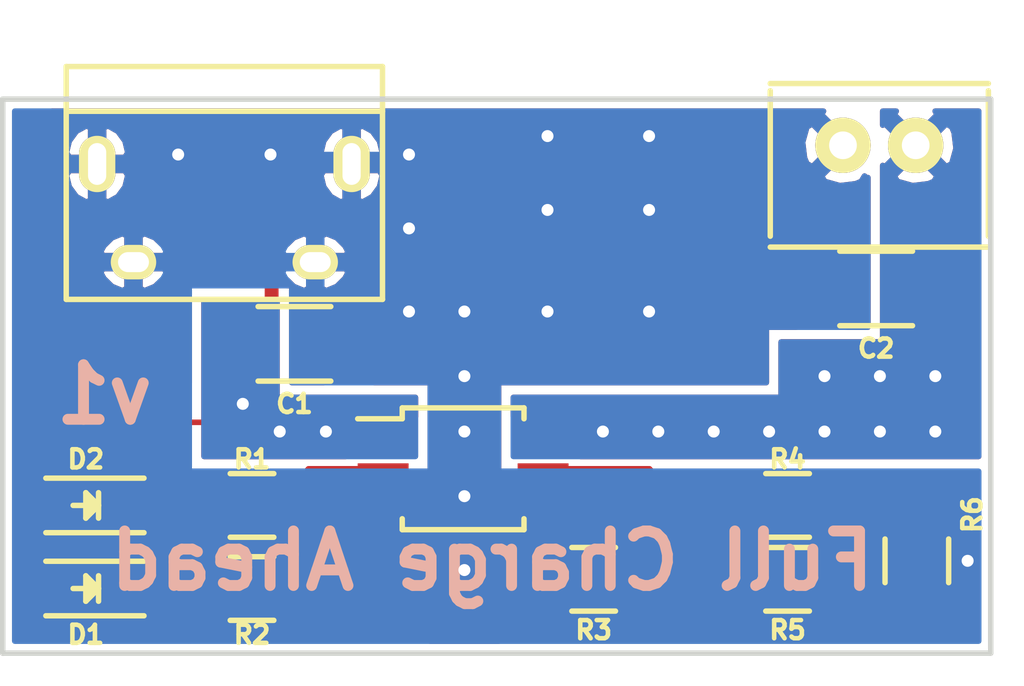
<source format=kicad_pcb>
(kicad_pcb (version 4) (host pcbnew 4.0.2+e4-6225~38~ubuntu16.04.1-stable)

  (general
    (links 27)
    (no_connects 0)
    (area 148.514999 99.238999 175.843001 114.629001)
    (thickness 1.6)
    (drawings 6)
    (tracks 98)
    (zones 0)
    (modules 13)
    (nets 15)
  )

  (page A4)
  (layers
    (0 F.Cu signal)
    (31 B.Cu signal)
    (33 F.Adhes user)
    (35 F.Paste user)
    (36 B.SilkS user)
    (37 F.SilkS user)
    (38 B.Mask user)
    (39 F.Mask user)
    (40 Dwgs.User user)
    (41 Cmts.User user)
    (42 Eco1.User user)
    (43 Eco2.User user)
    (44 Edge.Cuts user)
    (45 Margin user)
    (47 F.CrtYd user)
    (49 F.Fab user)
  )

  (setup
    (last_trace_width 0.1524)
    (user_trace_width 0.1524)
    (user_trace_width 0.381)
    (trace_clearance 0.1524)
    (zone_clearance 0.1524)
    (zone_45_only no)
    (trace_min 0.1524)
    (segment_width 0.2)
    (edge_width 0.15)
    (via_size 0.6858)
    (via_drill 0.3302)
    (via_min_size 0.6858)
    (via_min_drill 0.3302)
    (uvia_size 0.762)
    (uvia_drill 0.508)
    (uvias_allowed no)
    (uvia_min_size 0)
    (uvia_min_drill 0)
    (pcb_text_width 0.3)
    (pcb_text_size 1.5 1.5)
    (mod_edge_width 0.15)
    (mod_text_size 1 1)
    (mod_text_width 0.15)
    (pad_size 1.4 0.3)
    (pad_drill 0)
    (pad_to_mask_clearance 0.2)
    (aux_axis_origin 0 0)
    (visible_elements FFFEFF7F)
    (pcbplotparams
      (layerselection 0x00030_80000001)
      (usegerberextensions false)
      (excludeedgelayer true)
      (linewidth 0.100000)
      (plotframeref false)
      (viasonmask false)
      (mode 1)
      (useauxorigin false)
      (hpglpennumber 1)
      (hpglpenspeed 20)
      (hpglpendiameter 15)
      (hpglpenoverlay 2)
      (psnegative false)
      (psa4output false)
      (plotreference true)
      (plotvalue true)
      (plotinvisibletext false)
      (padsonsilk false)
      (subtractmaskfromsilk false)
      (outputformat 1)
      (mirror false)
      (drillshape 1)
      (scaleselection 1)
      (outputdirectory ""))
  )

  (net 0 "")
  (net 1 GND)
  (net 2 "Net-(D1-Pad1)")
  (net 3 "Net-(D2-Pad1)")
  (net 4 "Net-(P1-Pad2)")
  (net 5 "Net-(P1-Pad3)")
  (net 6 "Net-(P1-Pad4)")
  (net 7 "Net-(R1-Pad1)")
  (net 8 "Net-(R2-Pad1)")
  (net 9 "Net-(R3-Pad1)")
  (net 10 "Net-(R4-Pad1)")
  (net 11 "Net-(R5-Pad1)")
  (net 12 /Vin)
  (net 13 /Vout)
  (net 14 "Net-(R5-Pad2)")

  (net_class Default "This is the default net class."
    (clearance 0.1524)
    (trace_width 0.1524)
    (via_dia 0.6858)
    (via_drill 0.3302)
    (uvia_dia 0.762)
    (uvia_drill 0.508)
    (add_net /Vin)
    (add_net /Vout)
    (add_net GND)
    (add_net "Net-(D1-Pad1)")
    (add_net "Net-(D2-Pad1)")
    (add_net "Net-(P1-Pad2)")
    (add_net "Net-(P1-Pad3)")
    (add_net "Net-(P1-Pad4)")
    (add_net "Net-(R1-Pad1)")
    (add_net "Net-(R2-Pad1)")
    (add_net "Net-(R3-Pad1)")
    (add_net "Net-(R4-Pad1)")
    (add_net "Net-(R5-Pad1)")
    (add_net "Net-(R5-Pad2)")
  )

  (module Capacitors_SMD:C_1206 (layer F.Cu) (tedit 5792C635) (tstamp 57917153)
    (at 156.615 106.045)
    (descr "Capacitor SMD 1206, reflow soldering, AVX (see smccp.pdf)")
    (tags "capacitor 1206")
    (path /57917867)
    (attr smd)
    (fp_text reference C1 (at 0 1.651) (layer F.SilkS)
      (effects (font (size 0.5 0.5) (thickness 0.125)))
    )
    (fp_text value 4.7u (at 0 2.3) (layer F.Fab)
      (effects (font (size 1 1) (thickness 0.15)))
    )
    (fp_line (start -2.3 -1.15) (end 2.3 -1.15) (layer F.CrtYd) (width 0.05))
    (fp_line (start -2.3 1.15) (end 2.3 1.15) (layer F.CrtYd) (width 0.05))
    (fp_line (start -2.3 -1.15) (end -2.3 1.15) (layer F.CrtYd) (width 0.05))
    (fp_line (start 2.3 -1.15) (end 2.3 1.15) (layer F.CrtYd) (width 0.05))
    (fp_line (start 1 -1.025) (end -1 -1.025) (layer F.SilkS) (width 0.15))
    (fp_line (start -1 1.025) (end 1 1.025) (layer F.SilkS) (width 0.15))
    (pad 1 smd rect (at -1.5 0) (size 1 1.6) (layers F.Cu F.Paste F.Mask)
      (net 12 /Vin))
    (pad 2 smd rect (at 1.5 0) (size 1 1.6) (layers F.Cu F.Paste F.Mask)
      (net 1 GND))
    (model Capacitors_SMD.3dshapes/C_1206.wrl
      (at (xyz 0 0 0))
      (scale (xyz 1 1 1))
      (rotate (xyz 0 0 0))
    )
  )

  (module Capacitors_SMD:C_1206 (layer F.Cu) (tedit 5792C158) (tstamp 57917159)
    (at 172.617 104.521 180)
    (descr "Capacitor SMD 1206, reflow soldering, AVX (see smccp.pdf)")
    (tags "capacitor 1206")
    (path /57917077)
    (attr smd)
    (fp_text reference C2 (at 0 -1.651 180) (layer F.SilkS)
      (effects (font (size 0.5 0.5) (thickness 0.125)))
    )
    (fp_text value 4.7u (at 0 2.3 180) (layer F.Fab)
      (effects (font (size 1 1) (thickness 0.15)))
    )
    (fp_line (start -2.3 -1.15) (end 2.3 -1.15) (layer F.CrtYd) (width 0.05))
    (fp_line (start -2.3 1.15) (end 2.3 1.15) (layer F.CrtYd) (width 0.05))
    (fp_line (start -2.3 -1.15) (end -2.3 1.15) (layer F.CrtYd) (width 0.05))
    (fp_line (start 2.3 -1.15) (end 2.3 1.15) (layer F.CrtYd) (width 0.05))
    (fp_line (start 1 -1.025) (end -1 -1.025) (layer F.SilkS) (width 0.15))
    (fp_line (start -1 1.025) (end 1 1.025) (layer F.SilkS) (width 0.15))
    (pad 1 smd rect (at -1.5 0 180) (size 1 1.6) (layers F.Cu F.Paste F.Mask)
      (net 13 /Vout))
    (pad 2 smd rect (at 1.5 0 180) (size 1 1.6) (layers F.Cu F.Paste F.Mask)
      (net 1 GND))
    (model Capacitors_SMD.3dshapes/C_1206.wrl
      (at (xyz 0 0 0))
      (scale (xyz 1 1 1))
      (rotate (xyz 0 0 0))
    )
  )

  (module LEDs:LED_0805 (layer F.Cu) (tedit 5792C0D8) (tstamp 5791715F)
    (at 150.876 112.776 180)
    (descr "LED 0805 smd package")
    (tags "LED 0805 SMD")
    (path /5791592A)
    (attr smd)
    (fp_text reference D1 (at 0 -1.27 180) (layer F.SilkS)
      (effects (font (size 0.5 0.5) (thickness 0.125)))
    )
    (fp_text value LED (at 0 1.75 180) (layer F.Fab)
      (effects (font (size 1 1) (thickness 0.15)))
    )
    (fp_line (start -1.6 0.75) (end 1.1 0.75) (layer F.SilkS) (width 0.15))
    (fp_line (start -1.6 -0.75) (end 1.1 -0.75) (layer F.SilkS) (width 0.15))
    (fp_line (start -0.1 0.15) (end -0.1 -0.1) (layer F.SilkS) (width 0.15))
    (fp_line (start -0.1 -0.1) (end -0.25 0.05) (layer F.SilkS) (width 0.15))
    (fp_line (start -0.35 -0.35) (end -0.35 0.35) (layer F.SilkS) (width 0.15))
    (fp_line (start 0 0) (end 0.35 0) (layer F.SilkS) (width 0.15))
    (fp_line (start -0.35 0) (end 0 -0.35) (layer F.SilkS) (width 0.15))
    (fp_line (start 0 -0.35) (end 0 0.35) (layer F.SilkS) (width 0.15))
    (fp_line (start 0 0.35) (end -0.35 0) (layer F.SilkS) (width 0.15))
    (fp_line (start 1.9 -0.95) (end 1.9 0.95) (layer F.CrtYd) (width 0.05))
    (fp_line (start 1.9 0.95) (end -1.9 0.95) (layer F.CrtYd) (width 0.05))
    (fp_line (start -1.9 0.95) (end -1.9 -0.95) (layer F.CrtYd) (width 0.05))
    (fp_line (start -1.9 -0.95) (end 1.9 -0.95) (layer F.CrtYd) (width 0.05))
    (pad 2 smd rect (at 1.04902 0) (size 1.19888 1.19888) (layers F.Cu F.Paste F.Mask)
      (net 12 /Vin))
    (pad 1 smd rect (at -1.04902 0) (size 1.19888 1.19888) (layers F.Cu F.Paste F.Mask)
      (net 2 "Net-(D1-Pad1)"))
    (model LEDs.3dshapes/LED_0805.wrl
      (at (xyz 0 0 0))
      (scale (xyz 1 1 1))
      (rotate (xyz 0 0 0))
    )
  )

  (module LEDs:LED_0805 (layer F.Cu) (tedit 5792C67B) (tstamp 57917165)
    (at 150.876 110.49 180)
    (descr "LED 0805 smd package")
    (tags "LED 0805 SMD")
    (path /5791590B)
    (attr smd)
    (fp_text reference D2 (at 0 1.27 180) (layer F.SilkS)
      (effects (font (size 0.5 0.5) (thickness 0.125)))
    )
    (fp_text value LED (at 0 1.75 180) (layer F.Fab)
      (effects (font (size 1 1) (thickness 0.15)))
    )
    (fp_line (start -1.6 0.75) (end 1.1 0.75) (layer F.SilkS) (width 0.15))
    (fp_line (start -1.6 -0.75) (end 1.1 -0.75) (layer F.SilkS) (width 0.15))
    (fp_line (start -0.1 0.15) (end -0.1 -0.1) (layer F.SilkS) (width 0.15))
    (fp_line (start -0.1 -0.1) (end -0.25 0.05) (layer F.SilkS) (width 0.15))
    (fp_line (start -0.35 -0.35) (end -0.35 0.35) (layer F.SilkS) (width 0.15))
    (fp_line (start 0 0) (end 0.35 0) (layer F.SilkS) (width 0.15))
    (fp_line (start -0.35 0) (end 0 -0.35) (layer F.SilkS) (width 0.15))
    (fp_line (start 0 -0.35) (end 0 0.35) (layer F.SilkS) (width 0.15))
    (fp_line (start 0 0.35) (end -0.35 0) (layer F.SilkS) (width 0.15))
    (fp_line (start 1.9 -0.95) (end 1.9 0.95) (layer F.CrtYd) (width 0.05))
    (fp_line (start 1.9 0.95) (end -1.9 0.95) (layer F.CrtYd) (width 0.05))
    (fp_line (start -1.9 0.95) (end -1.9 -0.95) (layer F.CrtYd) (width 0.05))
    (fp_line (start -1.9 -0.95) (end 1.9 -0.95) (layer F.CrtYd) (width 0.05))
    (pad 2 smd rect (at 1.04902 0) (size 1.19888 1.19888) (layers F.Cu F.Paste F.Mask)
      (net 12 /Vin))
    (pad 1 smd rect (at -1.04902 0) (size 1.19888 1.19888) (layers F.Cu F.Paste F.Mask)
      (net 3 "Net-(D2-Pad1)"))
    (model LEDs.3dshapes/LED_0805.wrl
      (at (xyz 0 0 0))
      (scale (xyz 1 1 1))
      (rotate (xyz 0 0 0))
    )
  )

  (module Connect:USB_Micro-B (layer F.Cu) (tedit 5792C16C) (tstamp 57917172)
    (at 154.686 102.235 180)
    (descr "Micro USB Type B Receptacle")
    (tags "USB USB_B USB_micro USB_OTG")
    (path /5792BCBA)
    (attr smd)
    (fp_text reference P1 (at 2.032 -3.683 180) (layer F.SilkS) hide
      (effects (font (size 1 1) (thickness 0.15)))
    )
    (fp_text value USB_PWR (at 0 4.8 180) (layer F.Fab)
      (effects (font (size 1 1) (thickness 0.15)))
    )
    (fp_line (start -4.6 -2.8) (end 4.6 -2.8) (layer F.CrtYd) (width 0.05))
    (fp_line (start 4.6 -2.8) (end 4.6 4.05) (layer F.CrtYd) (width 0.05))
    (fp_line (start 4.6 4.05) (end -4.6 4.05) (layer F.CrtYd) (width 0.05))
    (fp_line (start -4.6 4.05) (end -4.6 -2.8) (layer F.CrtYd) (width 0.05))
    (fp_line (start -4.3509 3.81746) (end 4.3491 3.81746) (layer F.SilkS) (width 0.15))
    (fp_line (start -4.3509 -2.58754) (end 4.3491 -2.58754) (layer F.SilkS) (width 0.15))
    (fp_line (start 4.3491 -2.58754) (end 4.3491 3.81746) (layer F.SilkS) (width 0.15))
    (fp_line (start 4.3491 2.58746) (end -4.3509 2.58746) (layer F.SilkS) (width 0.15))
    (fp_line (start -4.3509 3.81746) (end -4.3509 -2.58754) (layer F.SilkS) (width 0.15))
    (pad 1 smd rect (at -1.3009 -1.56254 270) (size 1.35 0.4) (layers F.Cu F.Paste F.Mask)
      (net 12 /Vin))
    (pad 2 smd rect (at -0.6509 -1.56254 270) (size 1.35 0.4) (layers F.Cu F.Paste F.Mask)
      (net 4 "Net-(P1-Pad2)"))
    (pad 3 smd rect (at -0.0009 -1.56254 270) (size 1.35 0.4) (layers F.Cu F.Paste F.Mask)
      (net 5 "Net-(P1-Pad3)"))
    (pad 4 smd rect (at 0.6491 -1.56254 270) (size 1.35 0.4) (layers F.Cu F.Paste F.Mask)
      (net 6 "Net-(P1-Pad4)"))
    (pad 5 smd rect (at 1.2991 -1.56254 270) (size 1.35 0.4) (layers F.Cu F.Paste F.Mask)
      (net 1 GND))
    (pad 6 thru_hole oval (at -2.5009 -1.56254 270) (size 0.95 1.25) (drill oval 0.55 0.85) (layers *.Cu *.Mask F.SilkS)
      (net 1 GND))
    (pad 6 thru_hole oval (at 2.4991 -1.56254 270) (size 0.95 1.25) (drill oval 0.55 0.85) (layers *.Cu *.Mask F.SilkS)
      (net 1 GND))
    (pad 6 thru_hole oval (at -3.5009 1.13746 270) (size 1.55 1) (drill oval 1.15 0.5) (layers *.Cu *.Mask F.SilkS)
      (net 1 GND))
    (pad 6 thru_hole oval (at 3.4991 1.13746 270) (size 1.55 1) (drill oval 1.15 0.5) (layers *.Cu *.Mask F.SilkS)
      (net 1 GND))
  )

  (module Resistors_SMD:R_0805_HandSoldering (layer F.Cu) (tedit 5792C681) (tstamp 57917184)
    (at 155.448 110.49 180)
    (descr "Resistor SMD 0805, hand soldering")
    (tags "resistor 0805")
    (path /57915981)
    (attr smd)
    (fp_text reference R1 (at 0 1.27 180) (layer F.SilkS)
      (effects (font (size 0.5 0.5) (thickness 0.125)))
    )
    (fp_text value 470 (at 0 2.1 180) (layer F.Fab)
      (effects (font (size 1 1) (thickness 0.15)))
    )
    (fp_line (start -2.4 -1) (end 2.4 -1) (layer F.CrtYd) (width 0.05))
    (fp_line (start -2.4 1) (end 2.4 1) (layer F.CrtYd) (width 0.05))
    (fp_line (start -2.4 -1) (end -2.4 1) (layer F.CrtYd) (width 0.05))
    (fp_line (start 2.4 -1) (end 2.4 1) (layer F.CrtYd) (width 0.05))
    (fp_line (start 0.6 0.875) (end -0.6 0.875) (layer F.SilkS) (width 0.15))
    (fp_line (start -0.6 -0.875) (end 0.6 -0.875) (layer F.SilkS) (width 0.15))
    (pad 1 smd rect (at -1.35 0 180) (size 1.5 1.3) (layers F.Cu F.Paste F.Mask)
      (net 7 "Net-(R1-Pad1)"))
    (pad 2 smd rect (at 1.35 0 180) (size 1.5 1.3) (layers F.Cu F.Paste F.Mask)
      (net 3 "Net-(D2-Pad1)"))
    (model Resistors_SMD.3dshapes/R_0805_HandSoldering.wrl
      (at (xyz 0 0 0))
      (scale (xyz 1 1 1))
      (rotate (xyz 0 0 0))
    )
  )

  (module Resistors_SMD:R_0805_HandSoldering (layer F.Cu) (tedit 5792C68B) (tstamp 5791718A)
    (at 155.448 112.776 180)
    (descr "Resistor SMD 0805, hand soldering")
    (tags "resistor 0805")
    (path /579159B9)
    (attr smd)
    (fp_text reference R2 (at 0 -1.27 180) (layer F.SilkS)
      (effects (font (size 0.5 0.5) (thickness 0.125)))
    )
    (fp_text value 470 (at 0 2.1 180) (layer F.Fab)
      (effects (font (size 1 1) (thickness 0.15)))
    )
    (fp_line (start -2.4 -1) (end 2.4 -1) (layer F.CrtYd) (width 0.05))
    (fp_line (start -2.4 1) (end 2.4 1) (layer F.CrtYd) (width 0.05))
    (fp_line (start -2.4 -1) (end -2.4 1) (layer F.CrtYd) (width 0.05))
    (fp_line (start 2.4 -1) (end 2.4 1) (layer F.CrtYd) (width 0.05))
    (fp_line (start 0.6 0.875) (end -0.6 0.875) (layer F.SilkS) (width 0.15))
    (fp_line (start -0.6 -0.875) (end 0.6 -0.875) (layer F.SilkS) (width 0.15))
    (pad 1 smd rect (at -1.35 0 180) (size 1.5 1.3) (layers F.Cu F.Paste F.Mask)
      (net 8 "Net-(R2-Pad1)"))
    (pad 2 smd rect (at 1.35 0 180) (size 1.5 1.3) (layers F.Cu F.Paste F.Mask)
      (net 2 "Net-(D1-Pad1)"))
    (model Resistors_SMD.3dshapes/R_0805_HandSoldering.wrl
      (at (xyz 0 0 0))
      (scale (xyz 1 1 1))
      (rotate (xyz 0 0 0))
    )
  )

  (module Resistors_SMD:R_0805_HandSoldering (layer F.Cu) (tedit 5792C690) (tstamp 57917190)
    (at 164.846 112.522)
    (descr "Resistor SMD 0805, hand soldering")
    (tags "resistor 0805")
    (path /5791659E)
    (attr smd)
    (fp_text reference R3 (at 0 1.397) (layer F.SilkS)
      (effects (font (size 0.5 0.5) (thickness 0.125)))
    )
    (fp_text value 2k (at 0 2.1) (layer F.Fab)
      (effects (font (size 1 1) (thickness 0.15)))
    )
    (fp_line (start -2.4 -1) (end 2.4 -1) (layer F.CrtYd) (width 0.05))
    (fp_line (start -2.4 1) (end 2.4 1) (layer F.CrtYd) (width 0.05))
    (fp_line (start -2.4 -1) (end -2.4 1) (layer F.CrtYd) (width 0.05))
    (fp_line (start 2.4 -1) (end 2.4 1) (layer F.CrtYd) (width 0.05))
    (fp_line (start 0.6 0.875) (end -0.6 0.875) (layer F.SilkS) (width 0.15))
    (fp_line (start -0.6 -0.875) (end 0.6 -0.875) (layer F.SilkS) (width 0.15))
    (pad 1 smd rect (at -1.35 0) (size 1.5 1.3) (layers F.Cu F.Paste F.Mask)
      (net 9 "Net-(R3-Pad1)"))
    (pad 2 smd rect (at 1.35 0) (size 1.5 1.3) (layers F.Cu F.Paste F.Mask)
      (net 1 GND))
    (model Resistors_SMD.3dshapes/R_0805_HandSoldering.wrl
      (at (xyz 0 0 0))
      (scale (xyz 1 1 1))
      (rotate (xyz 0 0 0))
    )
  )

  (module Resistors_SMD:R_0805_HandSoldering (layer F.Cu) (tedit 5792C695) (tstamp 57917196)
    (at 170.18 110.49)
    (descr "Resistor SMD 0805, hand soldering")
    (tags "resistor 0805")
    (path /57918237)
    (attr smd)
    (fp_text reference R4 (at 0 -1.27) (layer F.SilkS)
      (effects (font (size 0.5 0.5) (thickness 0.125)))
    )
    (fp_text value 10k (at 0 2.1) (layer F.Fab)
      (effects (font (size 1 1) (thickness 0.15)))
    )
    (fp_line (start -2.4 -1) (end 2.4 -1) (layer F.CrtYd) (width 0.05))
    (fp_line (start -2.4 1) (end 2.4 1) (layer F.CrtYd) (width 0.05))
    (fp_line (start -2.4 -1) (end -2.4 1) (layer F.CrtYd) (width 0.05))
    (fp_line (start 2.4 -1) (end 2.4 1) (layer F.CrtYd) (width 0.05))
    (fp_line (start 0.6 0.875) (end -0.6 0.875) (layer F.SilkS) (width 0.15))
    (fp_line (start -0.6 -0.875) (end 0.6 -0.875) (layer F.SilkS) (width 0.15))
    (pad 1 smd rect (at -1.35 0) (size 1.5 1.3) (layers F.Cu F.Paste F.Mask)
      (net 10 "Net-(R4-Pad1)"))
    (pad 2 smd rect (at 1.35 0) (size 1.5 1.3) (layers F.Cu F.Paste F.Mask)
      (net 1 GND))
    (model Resistors_SMD.3dshapes/R_0805_HandSoldering.wrl
      (at (xyz 0 0 0))
      (scale (xyz 1 1 1))
      (rotate (xyz 0 0 0))
    )
  )

  (module Resistors_SMD:R_0805_HandSoldering (layer F.Cu) (tedit 5792C69A) (tstamp 5791719C)
    (at 170.18 112.522)
    (descr "Resistor SMD 0805, hand soldering")
    (tags "resistor 0805")
    (path /5791AB4F)
    (attr smd)
    (fp_text reference R5 (at 0 1.397) (layer F.SilkS)
      (effects (font (size 0.5 0.5) (thickness 0.125)))
    )
    (fp_text value 1k (at 0 2.1) (layer F.Fab)
      (effects (font (size 1 1) (thickness 0.15)))
    )
    (fp_line (start -2.4 -1) (end 2.4 -1) (layer F.CrtYd) (width 0.05))
    (fp_line (start -2.4 1) (end 2.4 1) (layer F.CrtYd) (width 0.05))
    (fp_line (start -2.4 -1) (end -2.4 1) (layer F.CrtYd) (width 0.05))
    (fp_line (start 2.4 -1) (end 2.4 1) (layer F.CrtYd) (width 0.05))
    (fp_line (start 0.6 0.875) (end -0.6 0.875) (layer F.SilkS) (width 0.15))
    (fp_line (start -0.6 -0.875) (end 0.6 -0.875) (layer F.SilkS) (width 0.15))
    (pad 1 smd rect (at -1.35 0) (size 1.5 1.3) (layers F.Cu F.Paste F.Mask)
      (net 11 "Net-(R5-Pad1)"))
    (pad 2 smd rect (at 1.35 0) (size 1.5 1.3) (layers F.Cu F.Paste F.Mask)
      (net 14 "Net-(R5-Pad2)"))
    (model Resistors_SMD.3dshapes/R_0805_HandSoldering.wrl
      (at (xyz 0 0 0))
      (scale (xyz 1 1 1))
      (rotate (xyz 0 0 0))
    )
  )

  (module Housings_SSOP:MSOP-10_3x3mm_Pitch0.5mm (layer F.Cu) (tedit 5792C173) (tstamp 579171BC)
    (at 161.254523 109.482)
    (descr "10-Lead Plastic Micro Small Outline Package (MS) [MSOP] (see Microchip Packaging Specification 00000049BS.pdf)")
    (tags "SSOP 0.5")
    (path /57915776)
    (attr smd)
    (fp_text reference U1 (at 0 -2.6) (layer F.SilkS) hide
      (effects (font (size 1 1) (thickness 0.15)))
    )
    (fp_text value MCP73834-FCI/UN (at 0 2.6) (layer F.Fab)
      (effects (font (size 1 1) (thickness 0.15)))
    )
    (fp_line (start -3.15 -1.85) (end -3.15 1.85) (layer F.CrtYd) (width 0.05))
    (fp_line (start 3.15 -1.85) (end 3.15 1.85) (layer F.CrtYd) (width 0.05))
    (fp_line (start -3.15 -1.85) (end 3.15 -1.85) (layer F.CrtYd) (width 0.05))
    (fp_line (start -3.15 1.85) (end 3.15 1.85) (layer F.CrtYd) (width 0.05))
    (fp_line (start -1.675 -1.675) (end -1.675 -1.375) (layer F.SilkS) (width 0.15))
    (fp_line (start 1.675 -1.675) (end 1.675 -1.375) (layer F.SilkS) (width 0.15))
    (fp_line (start 1.675 1.675) (end 1.675 1.375) (layer F.SilkS) (width 0.15))
    (fp_line (start -1.675 1.675) (end -1.675 1.375) (layer F.SilkS) (width 0.15))
    (fp_line (start -1.675 -1.675) (end 1.675 -1.675) (layer F.SilkS) (width 0.15))
    (fp_line (start -1.675 1.675) (end 1.675 1.675) (layer F.SilkS) (width 0.15))
    (fp_line (start -1.675 -1.375) (end -2.9 -1.375) (layer F.SilkS) (width 0.15))
    (pad 1 smd rect (at -2.2 -1) (size 1.4 0.3) (layers F.Cu F.Paste F.Mask)
      (net 12 /Vin))
    (pad 2 smd rect (at -2.2 -0.5) (size 1.4 0.3) (layers F.Cu F.Paste F.Mask)
      (net 12 /Vin))
    (pad 3 smd rect (at -2.2 0) (size 1.4 0.3) (layers F.Cu F.Paste F.Mask)
      (net 7 "Net-(R1-Pad1)"))
    (pad 4 smd rect (at -2.2 0.5) (size 1.4 0.3) (layers F.Cu F.Paste F.Mask)
      (net 8 "Net-(R2-Pad1)"))
    (pad 5 smd rect (at -2.2 1) (size 1.4 0.3) (layers F.Cu F.Paste F.Mask)
      (net 1 GND))
    (pad 6 smd rect (at 2.2 1) (size 1.4 0.3) (layers F.Cu F.Paste F.Mask)
      (net 9 "Net-(R3-Pad1)"))
    (pad 7 smd rect (at 2.2 0.5) (size 1.4 0.3) (layers F.Cu F.Paste F.Mask)
      (net 11 "Net-(R5-Pad1)"))
    (pad 8 smd rect (at 2.2 0) (size 1.4 0.3) (layers F.Cu F.Paste F.Mask)
      (net 10 "Net-(R4-Pad1)"))
    (pad 9 smd rect (at 2.2 -0.5) (size 1.4 0.3) (layers F.Cu F.Paste F.Mask)
      (net 13 /Vout))
    (pad 10 smd rect (at 2.2 -1) (size 1.4 0.3) (layers F.Cu F.Paste F.Mask)
      (net 13 /Vout))
    (model Housings_SSOP.3dshapes/MSOP-10_3x3mm_Pitch0.5mm.wrl
      (at (xyz 0 0 0))
      (scale (xyz 1 1 1))
      (rotate (xyz 0 0 0))
    )
  )

  (module Resistors_SMD:R_0805_HandSoldering (layer F.Cu) (tedit 5792C109) (tstamp 5792B5F8)
    (at 173.736 112.014 90)
    (descr "Resistor SMD 0805, hand soldering")
    (tags "resistor 0805")
    (path /5792C558)
    (attr smd)
    (fp_text reference R6 (at 1.27 1.524 90) (layer F.SilkS)
      (effects (font (size 0.5 0.5) (thickness 0.125)))
    )
    (fp_text value R (at 0 2.1 90) (layer F.Fab)
      (effects (font (size 1 1) (thickness 0.15)))
    )
    (fp_line (start -2.4 -1) (end 2.4 -1) (layer F.CrtYd) (width 0.05))
    (fp_line (start -2.4 1) (end 2.4 1) (layer F.CrtYd) (width 0.05))
    (fp_line (start -2.4 -1) (end -2.4 1) (layer F.CrtYd) (width 0.05))
    (fp_line (start 2.4 -1) (end 2.4 1) (layer F.CrtYd) (width 0.05))
    (fp_line (start 0.6 0.875) (end -0.6 0.875) (layer F.SilkS) (width 0.15))
    (fp_line (start -0.6 -0.875) (end 0.6 -0.875) (layer F.SilkS) (width 0.15))
    (pad 1 smd rect (at -1.35 0 90) (size 1.5 1.3) (layers F.Cu F.Paste F.Mask)
      (net 14 "Net-(R5-Pad2)"))
    (pad 2 smd rect (at 1.35 0 90) (size 1.5 1.3) (layers F.Cu F.Paste F.Mask)
      (net 1 GND))
    (model Resistors_SMD.3dshapes/R_0805_HandSoldering.wrl
      (at (xyz 0 0 0))
      (scale (xyz 1 1 1))
      (rotate (xyz 0 0 0))
    )
  )

  (module gl:B2B-PH-K-S (layer F.Cu) (tedit 5792C165) (tstamp 5792BCF2)
    (at 172.704 100.584 180)
    (path /579183BB)
    (fp_text reference P2 (at 4.064 -0.127 180) (layer F.SilkS) hide
      (effects (font (size 1 1) (thickness 0.15)))
    )
    (fp_text value BATT (at 0 -6.096 180) (layer F.Fab)
      (effects (font (size 1 1) (thickness 0.15)))
    )
    (fp_line (start -3 -2.5) (end -3 1.5) (layer F.SilkS) (width 0.15))
    (fp_line (start -3 1.7) (end 3 1.7) (layer F.SilkS) (width 0.15))
    (fp_line (start 3 1.5) (end 3 -2.5) (layer F.SilkS) (width 0.15))
    (fp_line (start 3 -2.8) (end -3 -2.8) (layer F.SilkS) (width 0.15))
    (pad 1 thru_hole circle (at -1 0 180) (size 1.524 1.524) (drill 0.762) (layers *.Cu *.Mask F.SilkS)
      (net 13 /Vout))
    (pad 2 thru_hole circle (at 1 0 180) (size 1.524 1.524) (drill 0.762) (layers *.Cu *.Mask F.SilkS)
      (net 1 GND))
  )

  (gr_text v1 (at 151.384 107.442) (layer B.SilkS)
    (effects (font (size 1.5 1.5) (thickness 0.3)) (justify mirror))
  )
  (gr_text "Full Charge Ahead" (at 162.052 112.014) (layer B.SilkS)
    (effects (font (size 1.5 1.5) (thickness 0.3)) (justify mirror))
  )
  (gr_line (start 175.768 114.554) (end 175.768 99.314) (layer Edge.Cuts) (width 0.15))
  (gr_line (start 148.59 114.554) (end 175.768 114.554) (layer Edge.Cuts) (width 0.15))
  (gr_line (start 148.59 99.314) (end 148.59 114.554) (layer Edge.Cuts) (width 0.15))
  (gr_line (start 175.768 99.314) (end 148.59 99.314) (layer Edge.Cuts) (width 0.15))

  (segment (start 166.37 102.362) (end 166.37 105.156) (width 0.1524) (layer B.Cu) (net 1))
  (via (at 161.29 105.156) (size 0.6858) (drill 0.3302) (layers F.Cu B.Cu) (net 1))
  (segment (start 161.29 105.156) (end 163.576 105.156) (width 0.1524) (layer B.Cu) (net 1) (tstamp 5792BFF1))
  (via (at 163.576 105.156) (size 0.6858) (drill 0.3302) (layers F.Cu B.Cu) (net 1))
  (segment (start 163.576 105.156) (end 163.576 102.362) (width 0.1524) (layer F.Cu) (net 1) (tstamp 5792BFF4))
  (via (at 163.576 102.362) (size 0.6858) (drill 0.3302) (layers F.Cu B.Cu) (net 1))
  (segment (start 163.576 102.362) (end 163.576 100.33) (width 0.1524) (layer B.Cu) (net 1) (tstamp 5792BFF7))
  (via (at 163.576 100.33) (size 0.6858) (drill 0.3302) (layers F.Cu B.Cu) (net 1))
  (segment (start 163.576 100.33) (end 166.37 100.33) (width 0.1524) (layer F.Cu) (net 1) (tstamp 5792BFFA))
  (via (at 166.37 100.33) (size 0.6858) (drill 0.3302) (layers F.Cu B.Cu) (net 1))
  (segment (start 166.37 100.33) (end 166.37 102.362) (width 0.1524) (layer B.Cu) (net 1) (tstamp 5792BFFD))
  (via (at 166.37 102.362) (size 0.6858) (drill 0.3302) (layers F.Cu B.Cu) (net 1))
  (segment (start 166.37 102.362) (end 166.37 105.156) (width 0.1524) (layer F.Cu) (net 1) (tstamp 5792C000))
  (via (at 166.37 105.156) (size 0.6858) (drill 0.3302) (layers F.Cu B.Cu) (net 1))
  (segment (start 161.29 105.156) (end 159.766 105.156) (width 0.1524) (layer F.Cu) (net 1))
  (via (at 153.416 100.838) (size 0.6858) (drill 0.3302) (layers F.Cu B.Cu) (net 1))
  (segment (start 155.956 100.838) (end 153.416 100.838) (width 0.1524) (layer F.Cu) (net 1) (tstamp 5792C010))
  (via (at 155.956 100.838) (size 0.6858) (drill 0.3302) (layers F.Cu B.Cu) (net 1))
  (segment (start 159.766 100.838) (end 155.956 100.838) (width 0.1524) (layer B.Cu) (net 1) (tstamp 5792C00D))
  (via (at 159.766 100.838) (size 0.6858) (drill 0.3302) (layers F.Cu B.Cu) (net 1))
  (segment (start 159.766 102.87) (end 159.766 100.838) (width 0.1524) (layer F.Cu) (net 1) (tstamp 5792C00A))
  (via (at 159.766 102.87) (size 0.6858) (drill 0.3302) (layers F.Cu B.Cu) (net 1))
  (segment (start 159.766 105.156) (end 159.766 102.87) (width 0.1524) (layer B.Cu) (net 1) (tstamp 5792C007))
  (via (at 159.766 105.156) (size 0.6858) (drill 0.3302) (layers F.Cu B.Cu) (net 1))
  (segment (start 161.29 113.792) (end 161.29 112.268) (width 0.1524) (layer F.Cu) (net 1))
  (segment (start 161.29 106.934) (end 161.29 105.156) (width 0.1524) (layer F.Cu) (net 1) (tstamp 5792BFEE))
  (via (at 161.29 106.934) (size 0.6858) (drill 0.3302) (layers F.Cu B.Cu) (net 1))
  (segment (start 161.29 108.458) (end 161.29 106.934) (width 0.1524) (layer B.Cu) (net 1) (tstamp 5792BFEB))
  (via (at 161.29 108.458) (size 0.6858) (drill 0.3302) (layers F.Cu B.Cu) (net 1))
  (segment (start 161.29 110.236) (end 161.29 108.458) (width 0.1524) (layer F.Cu) (net 1) (tstamp 5792BFE8))
  (via (at 161.29 110.236) (size 0.6858) (drill 0.3302) (layers F.Cu B.Cu) (net 1))
  (segment (start 161.29 112.268) (end 161.29 110.236) (width 0.1524) (layer B.Cu) (net 1) (tstamp 5792BFE5))
  (via (at 161.29 112.268) (size 0.6858) (drill 0.3302) (layers F.Cu B.Cu) (net 1))
  (segment (start 173.736 110.664) (end 173.736 110.744) (width 0.1524) (layer F.Cu) (net 1))
  (segment (start 173.736 110.744) (end 175.133 112.014) (width 0.1524) (layer F.Cu) (net 1) (tstamp 5792BF0E))
  (via (at 175.133 112.014) (size 0.6858) (drill 0.3302) (layers F.Cu B.Cu) (net 1))
  (segment (start 166.196 111.887) (end 166.196 113.331) (width 0.1524) (layer F.Cu) (net 1))
  (segment (start 165.735 113.792) (end 161.417 113.792) (width 0.1524) (layer F.Cu) (net 1) (tstamp 5792B84C))
  (segment (start 166.196 113.331) (end 165.735 113.792) (width 0.1524) (layer F.Cu) (net 1) (tstamp 5792B849))
  (segment (start 171.53 110.49) (end 173.562 110.49) (width 0.1524) (layer F.Cu) (net 1))
  (segment (start 159.054523 110.482) (end 161.282 110.482) (width 0.381) (layer F.Cu) (net 1))
  (segment (start 154.098 112.776) (end 151.92502 112.776) (width 0.1524) (layer F.Cu) (net 2))
  (segment (start 154.098 110.49) (end 151.92502 110.49) (width 0.1524) (layer F.Cu) (net 3))
  (segment (start 159.054523 109.482) (end 157.0036 109.482) (width 0.1524) (layer F.Cu) (net 7))
  (segment (start 157.0036 109.482) (end 156.798 109.6876) (width 0.1524) (layer F.Cu) (net 7))
  (segment (start 156.798 109.6876) (end 156.798 110.49) (width 0.1524) (layer F.Cu) (net 7))
  (segment (start 156.464 110.49) (end 156.564 110.49) (width 0.1524) (layer F.Cu) (net 7))
  (segment (start 159.054523 109.982) (end 158.293041 109.982) (width 0.1524) (layer F.Cu) (net 8))
  (segment (start 158.293041 109.982) (end 157.776601 110.49844) (width 0.1524) (layer F.Cu) (net 8))
  (segment (start 157.776601 110.49844) (end 157.776601 111.897399) (width 0.1524) (layer F.Cu) (net 8))
  (segment (start 157.776601 111.897399) (end 156.898 112.776) (width 0.1524) (layer F.Cu) (net 8))
  (segment (start 156.898 112.776) (end 156.798 112.776) (width 0.1524) (layer F.Cu) (net 8))
  (segment (start 156.464 113.03) (end 156.564 113.03) (width 0.1524) (layer F.Cu) (net 8))
  (segment (start 163.496 111.887) (end 163.496 110.523477) (width 0.1524) (layer F.Cu) (net 9))
  (segment (start 163.496 110.523477) (end 163.454523 110.482) (width 0.1524) (layer F.Cu) (net 9) (tstamp 5792B851))
  (segment (start 163.454523 109.482) (end 166.378 109.482) (width 0.1524) (layer F.Cu) (net 10))
  (segment (start 167.386 110.49) (end 168.83 110.49) (width 0.1524) (layer F.Cu) (net 10) (tstamp 5792B77C) (status 20))
  (segment (start 166.378 109.482) (end 167.386 110.49) (width 0.1524) (layer F.Cu) (net 10) (tstamp 5792B777))
  (segment (start 168.83 112.395) (end 168.783 112.395) (width 0.1524) (layer F.Cu) (net 11))
  (segment (start 168.783 112.395) (end 166.37 109.982) (width 0.1524) (layer F.Cu) (net 11) (tstamp 5792B81F))
  (segment (start 166.37 109.982) (end 163.454523 109.982) (width 0.1524) (layer F.Cu) (net 11) (tstamp 5792B820))
  (segment (start 151.36114 108.204) (end 154.178 108.204) (width 0.1524) (layer F.Cu) (net 12))
  (segment (start 149.82698 110.49) (end 149.82698 109.73816) (width 0.1524) (layer F.Cu) (net 12))
  (segment (start 149.82698 109.73816) (end 151.36114 108.204) (width 0.1524) (layer F.Cu) (net 12))
  (segment (start 149.82698 112.776) (end 149.82698 112.02416) (width 0.1524) (layer F.Cu) (net 12))
  (segment (start 149.82698 112.02416) (end 149.82698 110.49) (width 0.1524) (layer F.Cu) (net 12))
  (segment (start 155.115 106.045) (end 155.115 107.617) (width 0.1524) (layer F.Cu) (net 12))
  (via (at 157.48 108.458) (size 0.6858) (drill 0.3302) (layers F.Cu B.Cu) (net 12))
  (segment (start 156.21 108.458) (end 157.48 108.458) (width 0.1524) (layer F.Cu) (net 12) (tstamp 5792BFD8))
  (via (at 156.21 108.458) (size 0.6858) (drill 0.3302) (layers F.Cu B.Cu) (net 12))
  (segment (start 155.956 108.458) (end 156.21 108.458) (width 0.1524) (layer B.Cu) (net 12) (tstamp 5792BFD6))
  (segment (start 155.194 107.696) (end 155.956 108.458) (width 0.1524) (layer B.Cu) (net 12) (tstamp 5792BFD5))
  (via (at 155.194 107.696) (size 0.6858) (drill 0.3302) (layers F.Cu B.Cu) (net 12))
  (segment (start 155.115 107.617) (end 155.194 107.696) (width 0.1524) (layer F.Cu) (net 12) (tstamp 5792BFD3))
  (segment (start 155.9869 103.79754) (end 155.9869 106.1411) (width 0.381) (layer F.Cu) (net 12))
  (segment (start 163.454523 108.482) (end 165.076 108.482) (width 0.1524) (layer F.Cu) (net 13))
  (via (at 174.244 106.934) (size 0.6858) (drill 0.3302) (layers F.Cu B.Cu) (net 13))
  (segment (start 174.244 108.458) (end 174.244 106.934) (width 0.1524) (layer B.Cu) (net 13) (tstamp 5792BFBB))
  (via (at 174.244 108.458) (size 0.6858) (drill 0.3302) (layers F.Cu B.Cu) (net 13))
  (segment (start 172.72 108.458) (end 174.244 108.458) (width 0.1524) (layer F.Cu) (net 13) (tstamp 5792BFB8))
  (via (at 172.72 108.458) (size 0.6858) (drill 0.3302) (layers F.Cu B.Cu) (net 13))
  (segment (start 172.72 106.934) (end 172.72 108.458) (width 0.1524) (layer B.Cu) (net 13) (tstamp 5792BFB5))
  (via (at 172.72 106.934) (size 0.6858) (drill 0.3302) (layers F.Cu B.Cu) (net 13))
  (segment (start 171.196 106.934) (end 172.72 106.934) (width 0.1524) (layer F.Cu) (net 13) (tstamp 5792BFB2))
  (via (at 171.196 106.934) (size 0.6858) (drill 0.3302) (layers F.Cu B.Cu) (net 13))
  (segment (start 171.196 108.458) (end 171.196 106.934) (width 0.1524) (layer B.Cu) (net 13) (tstamp 5792BFAF))
  (via (at 171.196 108.458) (size 0.6858) (drill 0.3302) (layers F.Cu B.Cu) (net 13))
  (segment (start 169.672 108.458) (end 171.196 108.458) (width 0.1524) (layer F.Cu) (net 13) (tstamp 5792BFAC))
  (via (at 169.672 108.458) (size 0.6858) (drill 0.3302) (layers F.Cu B.Cu) (net 13))
  (segment (start 168.148 108.458) (end 169.672 108.458) (width 0.1524) (layer B.Cu) (net 13) (tstamp 5792BFA9))
  (via (at 168.148 108.458) (size 0.6858) (drill 0.3302) (layers F.Cu B.Cu) (net 13))
  (segment (start 166.624 108.458) (end 168.148 108.458) (width 0.1524) (layer F.Cu) (net 13) (tstamp 5792BFA6))
  (via (at 166.624 108.458) (size 0.6858) (drill 0.3302) (layers F.Cu B.Cu) (net 13))
  (segment (start 165.1 108.458) (end 166.624 108.458) (width 0.1524) (layer B.Cu) (net 13) (tstamp 5792BFA3))
  (via (at 165.1 108.458) (size 0.6858) (drill 0.3302) (layers F.Cu B.Cu) (net 13))
  (segment (start 165.076 108.482) (end 165.1 108.458) (width 0.1524) (layer F.Cu) (net 13) (tstamp 5792BF9F))
  (segment (start 171.53 112.395) (end 172.767 112.395) (width 0.1524) (layer F.Cu) (net 14))
  (segment (start 172.767 112.395) (end 173.736 113.364) (width 0.1524) (layer F.Cu) (net 14) (tstamp 5792B843))

  (zone (net 12) (net_name /Vin) (layer F.Cu) (tstamp 0) (hatch edge 0.508)
    (connect_pads (clearance 0.1524))
    (min_thickness 0.1524)
    (fill yes (arc_segments 16) (thermal_gap 0.254) (thermal_bridge_width 0.508))
    (polygon
      (pts
        (xy 160.02 107.442) (xy 160.02 109.22) (xy 154.051 109.22) (xy 154.051 104.775) (xy 156.21 104.775)
        (xy 156.21 107.442)
      )
    )
    (filled_polygon
      (pts
        (xy 156.1338 107.442) (xy 156.139803 107.471646) (xy 156.156868 107.496621) (xy 156.182305 107.512989) (xy 156.21 107.5182)
        (xy 159.9438 107.5182) (xy 159.9438 108.054304) (xy 159.941566 108.05207) (xy 159.820204 108.0018) (xy 159.314873 108.0018)
        (xy 159.232323 108.08435) (xy 159.232323 108.407) (xy 159.252323 108.407) (xy 159.252323 108.557) (xy 159.232323 108.557)
        (xy 159.232323 108.907) (xy 159.252323 108.907) (xy 159.252323 109.057) (xy 159.232323 109.057) (xy 159.232323 109.098922)
        (xy 158.876723 109.098922) (xy 158.876723 109.057) (xy 158.106873 109.057) (xy 158.024323 109.13955) (xy 158.024323 109.1438)
        (xy 154.1272 109.1438) (xy 154.1272 108.63955) (xy 158.024323 108.63955) (xy 158.024323 108.697681) (xy 158.038538 108.732)
        (xy 158.024323 108.766319) (xy 158.024323 108.82445) (xy 158.106873 108.907) (xy 158.16255 108.907) (xy 158.16748 108.91193)
        (xy 158.288842 108.9622) (xy 158.794173 108.9622) (xy 158.849373 108.907) (xy 158.876723 108.907) (xy 158.876723 108.557)
        (xy 158.849373 108.557) (xy 158.794173 108.5018) (xy 158.288842 108.5018) (xy 158.16748 108.55207) (xy 158.16255 108.557)
        (xy 158.106873 108.557) (xy 158.024323 108.63955) (xy 154.1272 108.63955) (xy 154.1272 108.266319) (xy 158.024323 108.266319)
        (xy 158.024323 108.32445) (xy 158.106873 108.407) (xy 158.876723 108.407) (xy 158.876723 108.08435) (xy 158.794173 108.0018)
        (xy 158.288842 108.0018) (xy 158.16748 108.05207) (xy 158.074593 108.144957) (xy 158.024323 108.266319) (xy 154.1272 108.266319)
        (xy 154.1272 106.30535) (xy 154.2848 106.30535) (xy 154.2848 106.910681) (xy 154.33507 107.032043) (xy 154.427957 107.12493)
        (xy 154.549319 107.1752) (xy 154.85465 107.1752) (xy 154.9372 107.09265) (xy 154.9372 106.2228) (xy 155.2928 106.2228)
        (xy 155.2928 107.09265) (xy 155.37535 107.1752) (xy 155.680681 107.1752) (xy 155.802043 107.12493) (xy 155.89493 107.032043)
        (xy 155.9452 106.910681) (xy 155.9452 106.30535) (xy 155.86265 106.2228) (xy 155.2928 106.2228) (xy 154.9372 106.2228)
        (xy 154.36735 106.2228) (xy 154.2848 106.30535) (xy 154.1272 106.30535) (xy 154.1272 105.179319) (xy 154.2848 105.179319)
        (xy 154.2848 105.78465) (xy 154.36735 105.8672) (xy 154.9372 105.8672) (xy 154.9372 104.99735) (xy 155.2928 104.99735)
        (xy 155.2928 105.8672) (xy 155.86265 105.8672) (xy 155.9452 105.78465) (xy 155.9452 105.179319) (xy 155.89493 105.057957)
        (xy 155.802043 104.96507) (xy 155.680681 104.9148) (xy 155.37535 104.9148) (xy 155.2928 104.99735) (xy 154.9372 104.99735)
        (xy 154.85465 104.9148) (xy 154.549319 104.9148) (xy 154.427957 104.96507) (xy 154.33507 105.057957) (xy 154.2848 105.179319)
        (xy 154.1272 105.179319) (xy 154.1272 104.8512) (xy 156.1338 104.8512)
      )
    )
  )
  (zone (net 13) (net_name /Vout) (layer F.Cu) (tstamp 0) (hatch edge 0.508)
    (connect_pads (clearance 0.1524))
    (min_thickness 0.1524)
    (fill yes (arc_segments 16) (thermal_gap 0.254) (thermal_bridge_width 0.508))
    (polygon
      (pts
        (xy 162.56 107.442) (xy 169.926 107.442) (xy 169.926 105.918) (xy 172.72 105.918) (xy 172.72 99.568)
        (xy 175.514 99.568) (xy 175.514 109.22) (xy 162.56 109.22)
      )
    )
    (filled_polygon
      (pts
        (xy 173.111585 99.740138) (xy 173.704 100.332553) (xy 174.296415 99.740138) (xy 174.238792 99.6442) (xy 175.4378 99.6442)
        (xy 175.4378 109.1438) (xy 164.484723 109.1438) (xy 164.484723 109.13955) (xy 164.402173 109.057) (xy 163.632323 109.057)
        (xy 163.632323 109.098922) (xy 163.276723 109.098922) (xy 163.276723 109.057) (xy 163.256723 109.057) (xy 163.256723 108.907)
        (xy 163.276723 108.907) (xy 163.276723 108.557) (xy 163.632323 108.557) (xy 163.632323 108.907) (xy 163.659673 108.907)
        (xy 163.714873 108.9622) (xy 164.220204 108.9622) (xy 164.341566 108.91193) (xy 164.346496 108.907) (xy 164.402173 108.907)
        (xy 164.484723 108.82445) (xy 164.484723 108.766319) (xy 164.470508 108.732) (xy 164.484723 108.697681) (xy 164.484723 108.63955)
        (xy 164.402173 108.557) (xy 164.346496 108.557) (xy 164.341566 108.55207) (xy 164.220204 108.5018) (xy 163.714873 108.5018)
        (xy 163.659673 108.557) (xy 163.632323 108.557) (xy 163.276723 108.557) (xy 163.256723 108.557) (xy 163.256723 108.407)
        (xy 163.276723 108.407) (xy 163.276723 108.08435) (xy 163.632323 108.08435) (xy 163.632323 108.407) (xy 164.402173 108.407)
        (xy 164.484723 108.32445) (xy 164.484723 108.266319) (xy 164.434453 108.144957) (xy 164.341566 108.05207) (xy 164.220204 108.0018)
        (xy 163.714873 108.0018) (xy 163.632323 108.08435) (xy 163.276723 108.08435) (xy 163.194173 108.0018) (xy 162.688842 108.0018)
        (xy 162.6362 108.023605) (xy 162.6362 107.5182) (xy 169.926 107.5182) (xy 169.955646 107.512197) (xy 169.980621 107.495132)
        (xy 169.996989 107.469695) (xy 170.0022 107.442) (xy 170.0022 105.9942) (xy 172.72 105.9942) (xy 172.749646 105.988197)
        (xy 172.774621 105.971132) (xy 172.790989 105.945695) (xy 172.7962 105.918) (xy 172.7962 104.78135) (xy 173.2868 104.78135)
        (xy 173.2868 105.386681) (xy 173.33707 105.508043) (xy 173.429957 105.60093) (xy 173.551319 105.6512) (xy 173.85665 105.6512)
        (xy 173.9392 105.56865) (xy 173.9392 104.6988) (xy 174.2948 104.6988) (xy 174.2948 105.56865) (xy 174.37735 105.6512)
        (xy 174.682681 105.6512) (xy 174.804043 105.60093) (xy 174.89693 105.508043) (xy 174.9472 105.386681) (xy 174.9472 104.78135)
        (xy 174.86465 104.6988) (xy 174.2948 104.6988) (xy 173.9392 104.6988) (xy 173.36935 104.6988) (xy 173.2868 104.78135)
        (xy 172.7962 104.78135) (xy 172.7962 103.655319) (xy 173.2868 103.655319) (xy 173.2868 104.26065) (xy 173.36935 104.3432)
        (xy 173.9392 104.3432) (xy 173.9392 103.47335) (xy 174.2948 103.47335) (xy 174.2948 104.3432) (xy 174.86465 104.3432)
        (xy 174.9472 104.26065) (xy 174.9472 103.655319) (xy 174.89693 103.533957) (xy 174.804043 103.44107) (xy 174.682681 103.3908)
        (xy 174.37735 103.3908) (xy 174.2948 103.47335) (xy 173.9392 103.47335) (xy 173.85665 103.3908) (xy 173.551319 103.3908)
        (xy 173.429957 103.44107) (xy 173.33707 103.533957) (xy 173.2868 103.655319) (xy 172.7962 103.655319) (xy 172.7962 101.427862)
        (xy 173.111585 101.427862) (xy 173.201684 101.57787) (xy 173.620258 101.694444) (xy 174.051581 101.641963) (xy 174.206316 101.57787)
        (xy 174.296415 101.427862) (xy 173.704 100.835447) (xy 173.111585 101.427862) (xy 172.7962 101.427862) (xy 172.7962 101.138012)
        (xy 172.860138 101.176415) (xy 173.452553 100.584) (xy 173.955447 100.584) (xy 174.547862 101.176415) (xy 174.69787 101.086316)
        (xy 174.814444 100.667742) (xy 174.761963 100.236419) (xy 174.69787 100.081684) (xy 174.547862 99.991585) (xy 173.955447 100.584)
        (xy 173.452553 100.584) (xy 172.860138 99.991585) (xy 172.7962 100.029988) (xy 172.7962 99.6442) (xy 173.169208 99.6442)
      )
    )
  )
  (zone (net 1) (net_name GND) (layer F.Cu) (tstamp 0) (hatch edge 0.508)
    (connect_pads (clearance 0.1524))
    (min_thickness 0.1524)
    (fill yes (arc_segments 16) (thermal_gap 0.254) (thermal_bridge_width 0.508))
    (polygon
      (pts
        (xy 172.466 99.568) (xy 149.86 99.568) (xy 149.86 107.188) (xy 153.797 107.188) (xy 153.797 104.521)
        (xy 156.464 104.521) (xy 156.464 107.188) (xy 160.274 107.188) (xy 160.274 114.3) (xy 162.306 114.3)
        (xy 162.306 107.188) (xy 169.672 107.188) (xy 169.672 105.664) (xy 172.466 105.664)
      )
    )
    (filled_polygon
      (pts
        (xy 171.111585 99.740138) (xy 171.704 100.332553) (xy 171.718143 100.318411) (xy 171.96959 100.569858) (xy 171.955447 100.584)
        (xy 171.96959 100.598143) (xy 171.718143 100.84959) (xy 171.704 100.835447) (xy 171.111585 101.427862) (xy 171.201684 101.57787)
        (xy 171.620258 101.694444) (xy 172.051581 101.641963) (xy 172.206316 101.57787) (xy 172.296414 101.427864) (xy 172.364652 101.496102)
        (xy 172.3898 101.470954) (xy 172.3898 105.5878) (xy 171.817173 105.5878) (xy 171.89693 105.508043) (xy 171.9472 105.386681)
        (xy 171.9472 104.78135) (xy 171.86465 104.6988) (xy 171.2948 104.6988) (xy 171.2948 104.7188) (xy 170.9392 104.7188)
        (xy 170.9392 104.6988) (xy 170.36935 104.6988) (xy 170.2868 104.78135) (xy 170.2868 105.386681) (xy 170.33707 105.508043)
        (xy 170.416827 105.5878) (xy 169.672 105.5878) (xy 169.642354 105.593803) (xy 169.617379 105.610868) (xy 169.601011 105.636305)
        (xy 169.5958 105.664) (xy 169.5958 107.1118) (xy 162.306 107.1118) (xy 162.276354 107.117803) (xy 162.251379 107.134868)
        (xy 162.235011 107.160305) (xy 162.2298 107.188) (xy 162.2298 114.2238) (xy 160.3502 114.2238) (xy 160.3502 107.188)
        (xy 160.344197 107.158354) (xy 160.327132 107.133379) (xy 160.301695 107.117011) (xy 160.274 107.1118) (xy 158.815173 107.1118)
        (xy 158.89493 107.032043) (xy 158.9452 106.910681) (xy 158.9452 106.30535) (xy 158.86265 106.2228) (xy 158.2928 106.2228)
        (xy 158.2928 106.2428) (xy 157.9372 106.2428) (xy 157.9372 106.2228) (xy 157.36735 106.2228) (xy 157.2848 106.30535)
        (xy 157.2848 106.910681) (xy 157.33507 107.032043) (xy 157.414827 107.1118) (xy 156.5402 107.1118) (xy 156.5402 105.179319)
        (xy 157.2848 105.179319) (xy 157.2848 105.78465) (xy 157.36735 105.8672) (xy 157.9372 105.8672) (xy 157.9372 104.99735)
        (xy 158.2928 104.99735) (xy 158.2928 105.8672) (xy 158.86265 105.8672) (xy 158.9452 105.78465) (xy 158.9452 105.179319)
        (xy 158.89493 105.057957) (xy 158.802043 104.96507) (xy 158.680681 104.9148) (xy 158.37535 104.9148) (xy 158.2928 104.99735)
        (xy 157.9372 104.99735) (xy 157.85465 104.9148) (xy 157.549319 104.9148) (xy 157.427957 104.96507) (xy 157.33507 105.057957)
        (xy 157.2848 105.179319) (xy 156.5402 105.179319) (xy 156.5402 104.521) (xy 156.534197 104.491354) (xy 156.517132 104.466379)
        (xy 156.491695 104.450011) (xy 156.464 104.4448) (xy 156.419978 104.4448) (xy 156.419978 104.294438) (xy 156.594086 104.466942)
        (xy 156.883962 104.585445) (xy 157.0091 104.517119) (xy 157.0091 103.97534) (xy 157.3647 103.97534) (xy 157.3647 104.517119)
        (xy 157.489838 104.585445) (xy 157.779714 104.466942) (xy 158.002176 104.246529) (xy 158.084741 104.096003) (xy 158.037336 103.97534)
        (xy 157.3647 103.97534) (xy 157.0091 103.97534) (xy 156.9891 103.97534) (xy 156.9891 103.655319) (xy 170.2868 103.655319)
        (xy 170.2868 104.26065) (xy 170.36935 104.3432) (xy 170.9392 104.3432) (xy 170.9392 103.47335) (xy 171.2948 103.47335)
        (xy 171.2948 104.3432) (xy 171.86465 104.3432) (xy 171.9472 104.26065) (xy 171.9472 103.655319) (xy 171.89693 103.533957)
        (xy 171.804043 103.44107) (xy 171.682681 103.3908) (xy 171.37735 103.3908) (xy 171.2948 103.47335) (xy 170.9392 103.47335)
        (xy 170.85665 103.3908) (xy 170.551319 103.3908) (xy 170.429957 103.44107) (xy 170.33707 103.533957) (xy 170.2868 103.655319)
        (xy 156.9891 103.655319) (xy 156.9891 103.61974) (xy 157.0091 103.61974) (xy 157.0091 103.077961) (xy 157.3647 103.077961)
        (xy 157.3647 103.61974) (xy 158.037336 103.61974) (xy 158.084741 103.499077) (xy 158.002176 103.348551) (xy 157.779714 103.128138)
        (xy 157.489838 103.009635) (xy 157.3647 103.077961) (xy 157.0091 103.077961) (xy 156.883962 103.009635) (xy 156.594086 103.128138)
        (xy 156.419978 103.300642) (xy 156.419978 103.12254) (xy 156.404038 103.037826) (xy 156.353972 102.960022) (xy 156.27758 102.907825)
        (xy 156.1869 102.889462) (xy 155.7869 102.889462) (xy 155.702186 102.905402) (xy 155.661938 102.931301) (xy 155.62758 102.907825)
        (xy 155.5369 102.889462) (xy 155.1369 102.889462) (xy 155.052186 102.905402) (xy 155.011938 102.931301) (xy 154.97758 102.907825)
        (xy 154.8869 102.889462) (xy 154.4869 102.889462) (xy 154.402186 102.905402) (xy 154.361938 102.931301) (xy 154.32758 102.907825)
        (xy 154.2369 102.889462) (xy 153.8369 102.889462) (xy 153.823345 102.892012) (xy 153.773943 102.84261) (xy 153.652581 102.79234)
        (xy 153.56945 102.79234) (xy 153.4869 102.87489) (xy 153.4869 103.61974) (xy 153.5847 103.61974) (xy 153.5847 103.97534)
        (xy 153.4869 103.97534) (xy 153.4869 104.72019) (xy 153.56945 104.80274) (xy 153.652581 104.80274) (xy 153.7208 104.774483)
        (xy 153.7208 107.1118) (xy 149.9362 107.1118) (xy 149.9362 104.096003) (xy 151.289059 104.096003) (xy 151.371624 104.246529)
        (xy 151.594086 104.466942) (xy 151.883962 104.585445) (xy 152.0091 104.517119) (xy 152.0091 103.97534) (xy 152.3647 103.97534)
        (xy 152.3647 104.517119) (xy 152.489838 104.585445) (xy 152.779714 104.466942) (xy 152.8567 104.390665) (xy 152.8567 104.538221)
        (xy 152.90697 104.659583) (xy 152.999857 104.75247) (xy 153.121219 104.80274) (xy 153.20435 104.80274) (xy 153.2869 104.72019)
        (xy 153.2869 103.97534) (xy 152.3647 103.97534) (xy 152.0091 103.97534) (xy 151.336464 103.97534) (xy 151.289059 104.096003)
        (xy 149.9362 104.096003) (xy 149.9362 103.499077) (xy 151.289059 103.499077) (xy 151.336464 103.61974) (xy 152.0091 103.61974)
        (xy 152.0091 103.077961) (xy 152.3647 103.077961) (xy 152.3647 103.61974) (xy 153.2869 103.61974) (xy 153.2869 102.87489)
        (xy 153.20435 102.79234) (xy 153.121219 102.79234) (xy 152.999857 102.84261) (xy 152.90697 102.935497) (xy 152.8567 103.056859)
        (xy 152.8567 103.204415) (xy 152.779714 103.128138) (xy 152.489838 103.009635) (xy 152.3647 103.077961) (xy 152.0091 103.077961)
        (xy 151.883962 103.009635) (xy 151.594086 103.128138) (xy 151.371624 103.348551) (xy 151.289059 103.499077) (xy 149.9362 103.499077)
        (xy 149.9362 101.408025) (xy 150.341512 101.408025) (xy 150.419443 101.72884) (xy 150.614212 101.995411) (xy 150.884431 102.145679)
        (xy 151.0091 102.098741) (xy 151.0091 101.27534) (xy 151.3647 101.27534) (xy 151.3647 102.098741) (xy 151.489369 102.145679)
        (xy 151.759588 101.995411) (xy 151.954357 101.72884) (xy 152.032288 101.408025) (xy 157.341512 101.408025) (xy 157.419443 101.72884)
        (xy 157.614212 101.995411) (xy 157.884431 102.145679) (xy 158.0091 102.098741) (xy 158.0091 101.27534) (xy 158.3647 101.27534)
        (xy 158.3647 102.098741) (xy 158.489369 102.145679) (xy 158.759588 101.995411) (xy 158.954357 101.72884) (xy 159.032288 101.408025)
        (xy 158.944881 101.27534) (xy 158.3647 101.27534) (xy 158.0091 101.27534) (xy 157.428919 101.27534) (xy 157.341512 101.408025)
        (xy 152.032288 101.408025) (xy 151.944881 101.27534) (xy 151.3647 101.27534) (xy 151.0091 101.27534) (xy 150.428919 101.27534)
        (xy 150.341512 101.408025) (xy 149.9362 101.408025) (xy 149.9362 100.787055) (xy 150.341512 100.787055) (xy 150.428919 100.91974)
        (xy 151.0091 100.91974) (xy 151.0091 100.096339) (xy 151.3647 100.096339) (xy 151.3647 100.91974) (xy 151.944881 100.91974)
        (xy 152.032288 100.787055) (xy 157.341512 100.787055) (xy 157.428919 100.91974) (xy 158.0091 100.91974) (xy 158.0091 100.096339)
        (xy 158.3647 100.096339) (xy 158.3647 100.91974) (xy 158.944881 100.91974) (xy 159.032288 100.787055) (xy 158.962621 100.500258)
        (xy 170.593556 100.500258) (xy 170.646037 100.931581) (xy 170.71013 101.086316) (xy 170.860138 101.176415) (xy 171.452553 100.584)
        (xy 170.860138 99.991585) (xy 170.71013 100.081684) (xy 170.593556 100.500258) (xy 158.962621 100.500258) (xy 158.954357 100.46624)
        (xy 158.759588 100.199669) (xy 158.489369 100.049401) (xy 158.3647 100.096339) (xy 158.0091 100.096339) (xy 157.884431 100.049401)
        (xy 157.614212 100.199669) (xy 157.419443 100.46624) (xy 157.341512 100.787055) (xy 152.032288 100.787055) (xy 151.954357 100.46624)
        (xy 151.759588 100.199669) (xy 151.489369 100.049401) (xy 151.3647 100.096339) (xy 151.0091 100.096339) (xy 150.884431 100.049401)
        (xy 150.614212 100.199669) (xy 150.419443 100.46624) (xy 150.341512 100.787055) (xy 149.9362 100.787055) (xy 149.9362 99.6442)
        (xy 171.169208 99.6442)
      )
    )
  )
  (zone (net 12) (net_name /Vin) (layer B.Cu) (tstamp 0) (hatch edge 0.508)
    (connect_pads (clearance 0.1524))
    (min_thickness 0.1524)
    (fill yes (arc_segments 16) (thermal_gap 0.254) (thermal_bridge_width 0.508))
    (polygon
      (pts
        (xy 160.02 107.442) (xy 160.02 109.22) (xy 154.051 109.22) (xy 154.051 104.775) (xy 156.21 104.775)
        (xy 156.21 107.442)
      )
    )
    (filled_polygon
      (pts
        (xy 156.1338 107.442) (xy 156.139803 107.471646) (xy 156.156868 107.496621) (xy 156.182305 107.512989) (xy 156.21 107.5182)
        (xy 159.9438 107.5182) (xy 159.9438 109.1438) (xy 154.1272 109.1438) (xy 154.1272 104.8512) (xy 156.1338 104.8512)
      )
    )
  )
  (zone (net 1) (net_name GND) (layer B.Cu) (tstamp 0) (hatch edge 0.508)
    (connect_pads (clearance 0.1524))
    (min_thickness 0.1524)
    (fill yes (arc_segments 16) (thermal_gap 0.254) (thermal_bridge_width 0.508))
    (polygon
      (pts
        (xy 172.466 99.568) (xy 148.844 99.568) (xy 148.844 114.3) (xy 153.797 114.3) (xy 153.797 104.521)
        (xy 156.464 104.521) (xy 156.464 107.188) (xy 160.274 107.188) (xy 160.274 114.3) (xy 162.306 114.3)
        (xy 162.306 107.188) (xy 169.672 107.188) (xy 169.672 105.664) (xy 172.466 105.664)
      )
    )
    (filled_polygon
      (pts
        (xy 171.111585 99.740138) (xy 171.704 100.332553) (xy 171.718143 100.318411) (xy 171.96959 100.569858) (xy 171.955447 100.584)
        (xy 171.96959 100.598143) (xy 171.718143 100.84959) (xy 171.704 100.835447) (xy 171.111585 101.427862) (xy 171.201684 101.57787)
        (xy 171.620258 101.694444) (xy 172.051581 101.641963) (xy 172.206316 101.57787) (xy 172.296414 101.427864) (xy 172.364652 101.496102)
        (xy 172.3898 101.470954) (xy 172.3898 105.5878) (xy 169.672 105.5878) (xy 169.642354 105.593803) (xy 169.617379 105.610868)
        (xy 169.601011 105.636305) (xy 169.5958 105.664) (xy 169.5958 107.1118) (xy 162.306 107.1118) (xy 162.276354 107.117803)
        (xy 162.251379 107.134868) (xy 162.235011 107.160305) (xy 162.2298 107.188) (xy 162.2298 114.2238) (xy 160.3502 114.2238)
        (xy 160.3502 107.188) (xy 160.344197 107.158354) (xy 160.327132 107.133379) (xy 160.301695 107.117011) (xy 160.274 107.1118)
        (xy 156.5402 107.1118) (xy 156.5402 104.521) (xy 156.534197 104.491354) (xy 156.517132 104.466379) (xy 156.491695 104.450011)
        (xy 156.464 104.4448) (xy 153.797 104.4448) (xy 153.767354 104.450803) (xy 153.742379 104.467868) (xy 153.726011 104.493305)
        (xy 153.7208 104.521) (xy 153.7208 114.2238) (xy 148.9202 114.2238) (xy 148.9202 104.096003) (xy 151.289059 104.096003)
        (xy 151.371624 104.246529) (xy 151.594086 104.466942) (xy 151.883962 104.585445) (xy 152.0091 104.517119) (xy 152.0091 103.97534)
        (xy 152.3647 103.97534) (xy 152.3647 104.517119) (xy 152.489838 104.585445) (xy 152.779714 104.466942) (xy 153.002176 104.246529)
        (xy 153.084741 104.096003) (xy 156.289059 104.096003) (xy 156.371624 104.246529) (xy 156.594086 104.466942) (xy 156.883962 104.585445)
        (xy 157.0091 104.517119) (xy 157.0091 103.97534) (xy 157.3647 103.97534) (xy 157.3647 104.517119) (xy 157.489838 104.585445)
        (xy 157.779714 104.466942) (xy 158.002176 104.246529) (xy 158.084741 104.096003) (xy 158.037336 103.97534) (xy 157.3647 103.97534)
        (xy 157.0091 103.97534) (xy 156.336464 103.97534) (xy 156.289059 104.096003) (xy 153.084741 104.096003) (xy 153.037336 103.97534)
        (xy 152.3647 103.97534) (xy 152.0091 103.97534) (xy 151.336464 103.97534) (xy 151.289059 104.096003) (xy 148.9202 104.096003)
        (xy 148.9202 103.499077) (xy 151.289059 103.499077) (xy 151.336464 103.61974) (xy 152.0091 103.61974) (xy 152.0091 103.077961)
        (xy 152.3647 103.077961) (xy 152.3647 103.61974) (xy 153.037336 103.61974) (xy 153.084741 103.499077) (xy 156.289059 103.499077)
        (xy 156.336464 103.61974) (xy 157.0091 103.61974) (xy 157.0091 103.077961) (xy 157.3647 103.077961) (xy 157.3647 103.61974)
        (xy 158.037336 103.61974) (xy 158.084741 103.499077) (xy 158.002176 103.348551) (xy 157.779714 103.128138) (xy 157.489838 103.009635)
        (xy 157.3647 103.077961) (xy 157.0091 103.077961) (xy 156.883962 103.009635) (xy 156.594086 103.128138) (xy 156.371624 103.348551)
        (xy 156.289059 103.499077) (xy 153.084741 103.499077) (xy 153.002176 103.348551) (xy 152.779714 103.128138) (xy 152.489838 103.009635)
        (xy 152.3647 103.077961) (xy 152.0091 103.077961) (xy 151.883962 103.009635) (xy 151.594086 103.128138) (xy 151.371624 103.348551)
        (xy 151.289059 103.499077) (xy 148.9202 103.499077) (xy 148.9202 101.408025) (xy 150.341512 101.408025) (xy 150.419443 101.72884)
        (xy 150.614212 101.995411) (xy 150.884431 102.145679) (xy 151.0091 102.098741) (xy 151.0091 101.27534) (xy 151.3647 101.27534)
        (xy 151.3647 102.098741) (xy 151.489369 102.145679) (xy 151.759588 101.995411) (xy 151.954357 101.72884) (xy 152.032288 101.408025)
        (xy 157.341512 101.408025) (xy 157.419443 101.72884) (xy 157.614212 101.995411) (xy 157.884431 102.145679) (xy 158.0091 102.098741)
        (xy 158.0091 101.27534) (xy 158.3647 101.27534) (xy 158.3647 102.098741) (xy 158.489369 102.145679) (xy 158.759588 101.995411)
        (xy 158.954357 101.72884) (xy 159.032288 101.408025) (xy 158.944881 101.27534) (xy 158.3647 101.27534) (xy 158.0091 101.27534)
        (xy 157.428919 101.27534) (xy 157.341512 101.408025) (xy 152.032288 101.408025) (xy 151.944881 101.27534) (xy 151.3647 101.27534)
        (xy 151.0091 101.27534) (xy 150.428919 101.27534) (xy 150.341512 101.408025) (xy 148.9202 101.408025) (xy 148.9202 100.787055)
        (xy 150.341512 100.787055) (xy 150.428919 100.91974) (xy 151.0091 100.91974) (xy 151.0091 100.096339) (xy 151.3647 100.096339)
        (xy 151.3647 100.91974) (xy 151.944881 100.91974) (xy 152.032288 100.787055) (xy 157.341512 100.787055) (xy 157.428919 100.91974)
        (xy 158.0091 100.91974) (xy 158.0091 100.096339) (xy 158.3647 100.096339) (xy 158.3647 100.91974) (xy 158.944881 100.91974)
        (xy 159.032288 100.787055) (xy 158.962621 100.500258) (xy 170.593556 100.500258) (xy 170.646037 100.931581) (xy 170.71013 101.086316)
        (xy 170.860138 101.176415) (xy 171.452553 100.584) (xy 170.860138 99.991585) (xy 170.71013 100.081684) (xy 170.593556 100.500258)
        (xy 158.962621 100.500258) (xy 158.954357 100.46624) (xy 158.759588 100.199669) (xy 158.489369 100.049401) (xy 158.3647 100.096339)
        (xy 158.0091 100.096339) (xy 157.884431 100.049401) (xy 157.614212 100.199669) (xy 157.419443 100.46624) (xy 157.341512 100.787055)
        (xy 152.032288 100.787055) (xy 151.954357 100.46624) (xy 151.759588 100.199669) (xy 151.489369 100.049401) (xy 151.3647 100.096339)
        (xy 151.0091 100.096339) (xy 150.884431 100.049401) (xy 150.614212 100.199669) (xy 150.419443 100.46624) (xy 150.341512 100.787055)
        (xy 148.9202 100.787055) (xy 148.9202 99.6442) (xy 171.169208 99.6442)
      )
    )
  )
  (zone (net 13) (net_name /Vout) (layer B.Cu) (tstamp 0) (hatch edge 0.508)
    (connect_pads (clearance 0.1524))
    (min_thickness 0.1524)
    (fill yes (arc_segments 16) (thermal_gap 0.254) (thermal_bridge_width 0.508))
    (polygon
      (pts
        (xy 162.56 107.442) (xy 169.926 107.442) (xy 169.926 105.918) (xy 172.72 105.918) (xy 172.72 99.568)
        (xy 175.514 99.568) (xy 175.514 109.22) (xy 162.56 109.22)
      )
    )
    (filled_polygon
      (pts
        (xy 173.111585 99.740138) (xy 173.704 100.332553) (xy 174.296415 99.740138) (xy 174.238792 99.6442) (xy 175.4378 99.6442)
        (xy 175.4378 109.1438) (xy 162.6362 109.1438) (xy 162.6362 107.5182) (xy 169.926 107.5182) (xy 169.955646 107.512197)
        (xy 169.980621 107.495132) (xy 169.996989 107.469695) (xy 170.0022 107.442) (xy 170.0022 105.9942) (xy 172.72 105.9942)
        (xy 172.749646 105.988197) (xy 172.774621 105.971132) (xy 172.790989 105.945695) (xy 172.7962 105.918) (xy 172.7962 101.427862)
        (xy 173.111585 101.427862) (xy 173.201684 101.57787) (xy 173.620258 101.694444) (xy 174.051581 101.641963) (xy 174.206316 101.57787)
        (xy 174.296415 101.427862) (xy 173.704 100.835447) (xy 173.111585 101.427862) (xy 172.7962 101.427862) (xy 172.7962 101.138012)
        (xy 172.860138 101.176415) (xy 173.452553 100.584) (xy 173.955447 100.584) (xy 174.547862 101.176415) (xy 174.69787 101.086316)
        (xy 174.814444 100.667742) (xy 174.761963 100.236419) (xy 174.69787 100.081684) (xy 174.547862 99.991585) (xy 173.955447 100.584)
        (xy 173.452553 100.584) (xy 172.860138 99.991585) (xy 172.7962 100.029988) (xy 172.7962 99.6442) (xy 173.169208 99.6442)
      )
    )
  )
  (zone (net 1) (net_name GND) (layer B.Cu) (tstamp 0) (hatch edge 0.508)
    (connect_pads (clearance 0.1524))
    (min_thickness 0.1524)
    (fill yes (arc_segments 16) (thermal_gap 0.254) (thermal_bridge_width 0.508))
    (polygon
      (pts
        (xy 153.67 109.474) (xy 175.514 109.474) (xy 175.514 114.3) (xy 153.67 114.3)
      )
    )
    (filled_polygon
      (pts
        (xy 175.4378 114.2238) (xy 153.7462 114.2238) (xy 153.7462 109.5502) (xy 175.4378 109.5502)
      )
    )
  )
)

</source>
